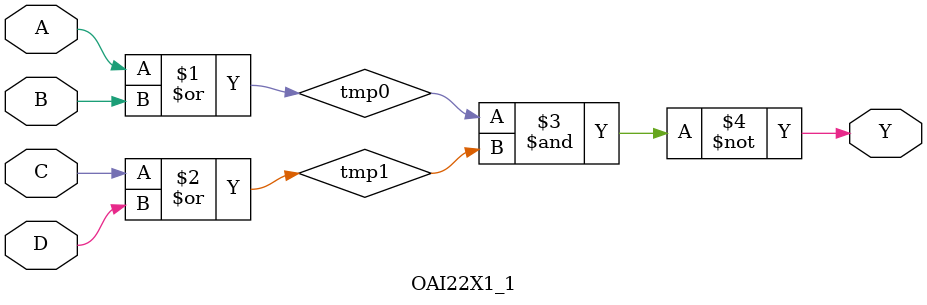
<source format=v>
module OAI22X1_1(A, B, C, D, Y);
input A, B, C, D;
output Y;
wire tmp0, tmp1;
or(tmp0, A, B);
or(tmp1, C, D);
nand(Y, tmp0, tmp1);
endmodule
</source>
